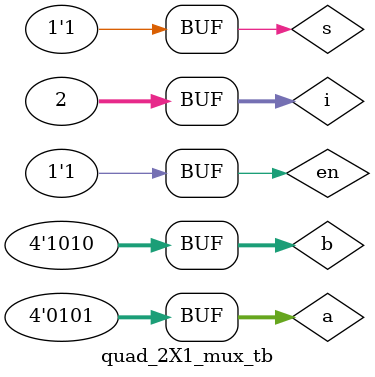
<source format=v>
module quad_2X1_mux(y, s, en, a, b);
    output [3:0] y;
    input s, en;
    input [3:0] a, b;

    //always @(s, en, a, b)
    //if (s == 1) y = a;
    //else y = b;
    //active high enable
    assign y = en ? (s ? a : b) : 4'bzzzz;
endmodule

module quad_2X1_mux_tb;
    reg [3:0] a, b;
    reg s, en;
    wire [3:0] y;
    integer i;
    
    //Instantiate UUT
    quad_2X1_mux UUT(y, s, en, a, b);

    //stimulus block
    initial
        begin
            a = 4'b0101;
            b = 4'b1010;
            for (i = 0; i < 2; i = i + 1) begin
                en = i;
                s = 1'b0;
                #10 s = 1'b1;
            end
        end
    initial $monitor("a = %b, b = %b, en = %b, s = %b, y = %b", a, b, en, s, y);
endmodule
</source>
